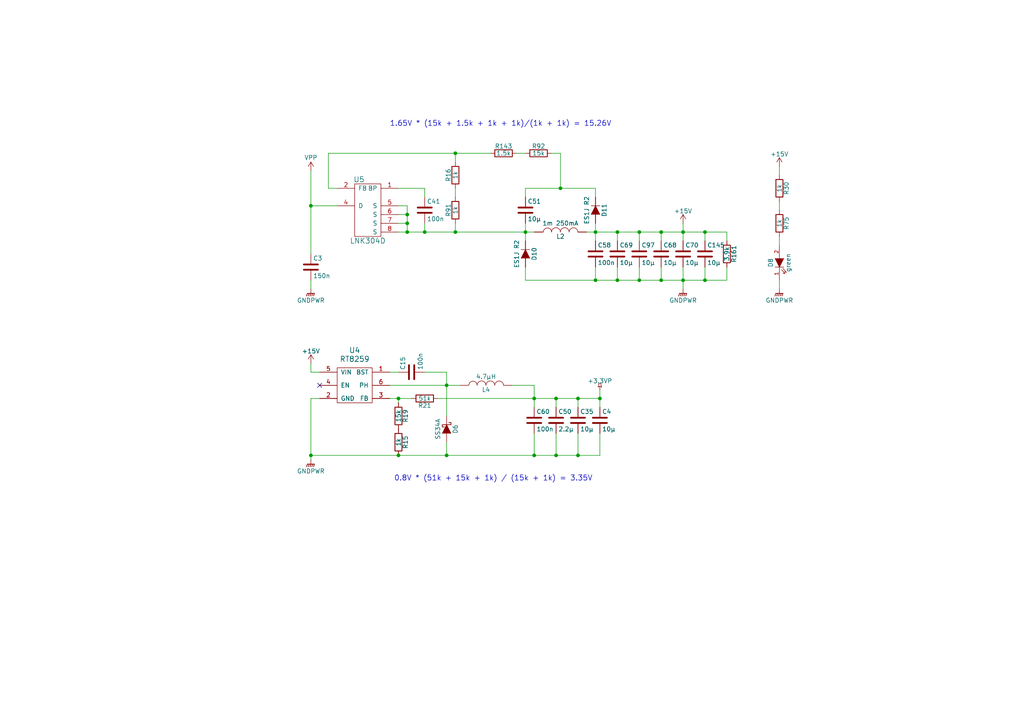
<source format=kicad_sch>
(kicad_sch (version 20231120) (generator "eeschema") (generator_version "8.0")
  (paper "A4")
  (lib_symbols
    (symbol "stmbl:+15V" (power) (pin_names (offset 0))
      (property "Value" "+15V" (at 0 3.556 0))
      (symbol "+15V_0_1"
        (polyline (pts (xy -0.762 1.27) (xy 0 2.54)))
        (polyline (pts (xy 0 0) (xy 0 2.54)))
        (polyline (pts (xy 0 2.54) (xy 0.762 1.27)))
      )
      (symbol "+15V_1_1"
        (pin power_in line (at 0 0 90) (length 0) hide (name "+15V") (number "1"))
      )
    )
    (symbol "stmbl:+3.3VP" (power) (pin_names (offset 0))
      (property "Value" "+3.3VP" (at 0 2.54 0))
      (symbol "+3.3VP_0_0"
        (pin power_in line (at 0 0 90) (length 0) hide (name "+3.3VP") (number "1"))
      )
      (symbol "+3.3VP_0_1"
        (polyline (pts (xy 0 0) (xy 0 1.016) (xy 0 1.016)))
        (polyline (pts (xy 0.508 0.762) (xy 0 1.016) (xy -0.508 0.762) (xy -0.254 1.778) (xy 0.254 1.778) (xy 0.508 0.762) (xy 0.508 0.762)))
      )
    )
    (symbol "stmbl:C" (pin_numbers hide) (pin_names (offset 0.254))
      (property "Reference" "C" (at 0.635 2.54 0))
      (property "Value" "C" (at 0.635 -2.54 0))
      (symbol "C_0_1"
        (polyline (pts (xy -2.032 -0.762) (xy 2.032 -0.762)) (stroke (width 0.508)))
        (polyline (pts (xy -2.032 0.762) (xy 2.032 0.762)) (stroke (width 0.508)))
      )
      (symbol "C_1_1"
        (pin passive line (at 0 3.81 270) (length 2.794) (name "~") (number "1"))
        (pin passive line (at 0 -3.81 90) (length 2.794) (name "~") (number "2"))
      )
    )
    (symbol "stmbl:D" (pin_numbers hide) (pin_names (offset 1.016) hide)
      (property "Reference" "D" (at 0 2.54 0))
      (property "Value" "D" (at 0 -2.54 0))
      (symbol "D_0_1"
        (polyline (pts (xy -1.27 1.27) (xy -1.27 -1.27)) (stroke (width 0.1524)))
        (polyline (pts (xy 1.27 1.27) (xy -1.27 0) (xy 1.27 -1.27)) (fill (type outline)))
      )
      (symbol "D_1_1"
        (pin passive line (at -3.81 0 0) (length 2.54) (name "K") (number "1"))
        (pin passive line (at 3.81 0 180) (length 2.54) (name "A") (number "2"))
      )
    )
    (symbol "stmbl:D_Schottky" (pin_numbers hide) (pin_names (offset 1.016) hide)
      (property "Reference" "D" (at 0 2.54 0))
      (property "Value" "D_Schottky" (at 0 -2.54 0))
      (symbol "D_Schottky_0_1"
        (polyline (pts (xy 1.27 1.27) (xy -1.27 0) (xy 1.27 -1.27)) (fill (type outline)))
        (polyline (pts (xy -1.905 0.635) (xy -1.905 1.27) (xy -1.27 1.27) (xy -1.27 -1.27) (xy -0.635 -1.27) (xy -0.635 -0.635)) (stroke (width 0.2032)))
      )
      (symbol "D_Schottky_1_1"
        (pin passive line (at -3.81 0 0) (length 2.54) (name "K") (number "1"))
        (pin passive line (at 3.81 0 180) (length 2.54) (name "A") (number "2"))
      )
    )
    (symbol "stmbl:GNDPWR" (power) (pin_names (offset 0))
      (property "Value" "GNDPWR" (at 0 -3.302 0))
      (symbol "GNDPWR_0_1"
        (polyline (pts (xy 0 -1.27) (xy 0 0)))
        (polyline (pts (xy -1.016 -1.27) (xy -1.27 -2.032) (xy -1.27 -2.032)) (stroke (width 0.2032)))
        (polyline (pts (xy -0.508 -1.27) (xy -0.762 -2.032) (xy -0.762 -2.032)) (stroke (width 0.2032)))
        (polyline (pts (xy 0 -1.27) (xy -0.254 -2.032) (xy -0.254 -2.032)) (stroke (width 0.2032)))
        (polyline (pts (xy 0.508 -1.27) (xy 0.254 -2.032) (xy 0.254 -2.032)) (stroke (width 0.2032)))
        (polyline (pts (xy 1.016 -1.27) (xy -1.016 -1.27) (xy -1.016 -1.27)) (stroke (width 0.2032)))
        (polyline (pts (xy 1.016 -1.27) (xy 0.762 -2.032) (xy 0.762 -2.032) (xy 0.762 -2.032)) (stroke (width 0.2032)))
      )
      (symbol "GNDPWR_1_1"
        (pin power_in line (at 0 0 90) (length 0) hide (name "GNDPWR") (number "1"))
      )
    )
    (symbol "stmbl:INDUCTOR" (pin_numbers hide) (pin_names (offset 1.016) hide)
      (property "Reference" "L" (at -1.27 0 90))
      (property "Value" "INDUCTOR" (at 2.54 0 90))
      (symbol "INDUCTOR_0_1"
        (arc (start 0.0254 -5.0546) (mid 1.2449 -3.8097) (end 0.0254 -2.54))
        (arc (start 0.0254 -2.5146) (mid 1.2703 -1.2444) (end 0.0254 0.0508))
        (arc (start 0.0254 0.0254) (mid 1.2703 1.2956) (end 0.0254 2.5908))
        (arc (start 0.0254 2.5654) (mid 1.1941 3.7595) (end 0.0254 4.9784))
      )
      (symbol "INDUCTOR_1_1"
        (pin passive line (at 0 7.62 270) (length 2.54) (name "1") (number "1"))
        (pin passive line (at 0 -7.62 90) (length 2.54) (name "2") (number "2"))
      )
    )
    (symbol "stmbl:LED" (pin_names (offset 1.016) hide)
      (property "Reference" "D" (at 0 2.54 0))
      (property "Value" "LED" (at 0 -2.54 0))
      (symbol "LED_0_1"
        (polyline (pts (xy -1.27 1.27) (xy -1.27 -1.27)))
        (polyline (pts (xy -2.032 -0.635) (xy -3.175 -1.651) (xy -3.048 -1.016)))
        (polyline (pts (xy -1.651 -1.016) (xy -2.794 -2.032) (xy -2.667 -1.397)))
        (polyline (pts (xy 1.27 1.27) (xy -1.27 0) (xy 1.27 -1.27)) (fill (type outline)))
      )
      (symbol "LED_1_1"
        (pin passive line (at -5.08 0 0) (length 3.81) (name "K") (number "1"))
        (pin passive line (at 5.08 0 180) (length 3.81) (name "A") (number "2"))
      )
    )
    (symbol "stmbl:R" (pin_numbers hide) (pin_names (offset 0))
      (property "Reference" "R" (at 2.032 0 90))
      (property "Value" "R" (at 0 0 90))
      (symbol "R_0_1"
        (rectangle (start -1.016 -2.54) (end 1.016 2.54) (stroke (width 0.254)))
      )
      (symbol "R_1_1"
        (pin passive line (at 0 3.81 270) (length 1.27) (name "~") (number "1"))
        (pin passive line (at 0 -3.81 90) (length 1.27) (name "~") (number "2"))
      )
    )
    (symbol "stmbl:RT8259" (pin_names (offset 1.016))
      (property "Reference" "U" (at -3.81 6.35 0))
      (property "Value" "RT8259" (at 0 -6.35 0))
      (property "Footprint" "stmbl:RT8259" (at 6.35 7.62 0))
      (symbol "RT8259_0_1"
        (rectangle (start -5.08 5.08) (end 5.08 -5.08))
      )
      (symbol "RT8259_1_1"
        (pin power_in line (at 10.16 3.81 180) (length 5.08) (name "BST") (number "1"))
        (pin power_in line (at -10.16 -3.81 0) (length 5.08) (name "GND") (number "2"))
        (pin input line (at 10.16 -3.81 180) (length 5.08) (name "FB") (number "3"))
        (pin input line (at -10.16 0 0) (length 5.08) (name "EN") (number "4"))
        (pin power_in line (at -10.16 3.81 0) (length 5.08) (name "VIN") (number "5"))
        (pin power_out line (at 10.16 0 180) (length 5.08) (name "PH") (number "6"))
      )
    )
    (symbol "stmbl:VPP" (power) (pin_names (offset 0))
      (property "Value" "VPP" (at 0 3.81 0))
      (symbol "VPP_0_1"
        (polyline (pts (xy -0.762 1.27) (xy 0 2.54)))
        (polyline (pts (xy 0 0) (xy 0 2.54)))
        (polyline (pts (xy 0 2.54) (xy 0.762 1.27)))
      )
      (symbol "VPP_1_1"
        (pin power_in line (at 0 0 90) (length 0) hide (name "VPP") (number "1"))
      )
    )
    (symbol "stmbl:lnk304D" (pin_names (offset 1.016))
      (property "Reference" "U" (at -2.54 5.08 0))
      (property "Value" "lnk304D" (at 0 -12.7 0))
      (symbol "lnk304D_0_1"
        (rectangle (start -3.81 3.81) (end 3.81 -11.43))
      )
      (symbol "lnk304D_1_1"
        (pin power_in line (at 8.89 2.54 180) (length 5.08) (name "BP") (number "1"))
        (pin input line (at -8.89 2.54 0) (length 5.08) (name "FB") (number "2"))
        (pin power_in line (at -8.89 -2.54 0) (length 5.08) (name "D") (number "4"))
        (pin power_out line (at 8.89 -2.54 180) (length 5.08) (name "S") (number "5"))
        (pin power_out line (at 8.89 -5.08 180) (length 5.08) (name "S") (number "6"))
        (pin power_out line (at 8.89 -7.62 180) (length 5.08) (name "S") (number "7"))
        (pin power_out line (at 8.89 -10.16 180) (length 5.08) (name "S") (number "8"))
      )
    )
  )
  (junction (at 161.29 115.57))
  (junction (at 129.54 111.76))
  (junction (at 185.42 81.28))
  (junction (at 132.08 44.45))
  (junction (at 118.11 62.23))
  (junction (at 198.12 67.31))
  (junction (at 115.57 132.08))
  (junction (at 191.77 81.28))
  (junction (at 198.12 81.28))
  (junction (at 204.47 67.31))
  (junction (at 132.08 67.31))
  (junction (at 179.07 81.28))
  (junction (at 154.94 115.57))
  (junction (at 204.47 81.28))
  (junction (at 179.07 67.31))
  (junction (at 191.77 67.31))
  (junction (at 162.56 54.61))
  (junction (at 161.29 132.08))
  (junction (at 154.94 132.08))
  (junction (at 129.54 132.08))
  (junction (at 118.11 64.77))
  (junction (at 185.42 67.31))
  (junction (at 152.4 67.31))
  (junction (at 118.11 67.31))
  (junction (at 123.19 67.31))
  (junction (at 90.17 59.69))
  (junction (at 172.72 67.31))
  (junction (at 167.64 132.08))
  (junction (at 173.99 115.57))
  (junction (at 115.57 115.57))
  (junction (at 90.17 132.08))
  (junction (at 167.64 115.57))
  (junction (at 172.72 81.28))
  (no_connect (at 92.71 111.76))
  (wire (pts (xy 173.99 115.57) (xy 173.99 118.11)))
  (wire (pts (xy 198.12 81.28) (xy 198.12 83.82)))
  (wire (pts (xy 172.72 64.77) (xy 172.72 67.31)))
  (wire (pts (xy 123.19 54.61) (xy 115.57 54.61)))
  (wire (pts (xy 92.71 115.57) (xy 90.17 115.57)))
  (wire (pts (xy 129.54 111.76) (xy 133.35 111.76)))
  (wire (pts (xy 113.03 115.57) (xy 115.57 115.57)))
  (wire (pts (xy 149.86 44.45) (xy 152.4 44.45)))
  (wire (pts (xy 198.12 77.47) (xy 198.12 81.28)))
  (wire (pts (xy 172.72 67.31) (xy 179.07 67.31)))
  (wire (pts (xy 204.47 67.31) (xy 210.82 67.31)))
  (wire (pts (xy 173.99 132.08) (xy 167.64 132.08)))
  (wire (pts (xy 198.12 67.31) (xy 198.12 69.85)))
  (wire (pts (xy 161.29 115.57) (xy 167.64 115.57)))
  (wire (pts (xy 90.17 133.35) (xy 90.17 132.08)))
  (wire (pts (xy 95.25 44.45) (xy 95.25 54.61)))
  (wire (pts (xy 154.94 125.73) (xy 154.94 132.08)))
  (wire (pts (xy 162.56 54.61) (xy 172.72 54.61)))
  (wire (pts (xy 210.82 67.31) (xy 210.82 69.85)))
  (wire (pts (xy 152.4 64.77) (xy 152.4 67.31)))
  (wire (pts (xy 185.42 67.31) (xy 191.77 67.31)))
  (wire (pts (xy 167.64 132.08) (xy 161.29 132.08)))
  (wire (pts (xy 132.08 44.45) (xy 142.24 44.45)))
  (wire (pts (xy 226.06 81.28) (xy 226.06 83.82)))
  (wire (pts (xy 90.17 59.69) (xy 90.17 73.66)))
  (wire (pts (xy 152.4 67.31) (xy 152.4 69.85)))
  (wire (pts (xy 118.11 67.31) (xy 123.19 67.31)))
  (wire (pts (xy 198.12 81.28) (xy 204.47 81.28)))
  (wire (pts (xy 123.19 64.77) (xy 123.19 67.31)))
  (wire (pts (xy 148.59 111.76) (xy 154.94 111.76)))
  (wire (pts (xy 152.4 67.31) (xy 154.94 67.31)))
  (wire (pts (xy 161.29 115.57) (xy 161.29 118.11)))
  (wire (pts (xy 152.4 54.61) (xy 162.56 54.61)))
  (wire (pts (xy 115.57 59.69) (xy 118.11 59.69)))
  (wire (pts (xy 132.08 67.31) (xy 152.4 67.31)))
  (wire (pts (xy 90.17 115.57) (xy 90.17 132.08)))
  (wire (pts (xy 90.17 81.28) (xy 90.17 83.82)))
  (wire (pts (xy 123.19 107.95) (xy 129.54 107.95)))
  (wire (pts (xy 162.56 44.45) (xy 162.56 54.61)))
  (wire (pts (xy 179.07 81.28) (xy 185.42 81.28)))
  (wire (pts (xy 170.18 67.31) (xy 172.72 67.31)))
  (wire (pts (xy 132.08 54.61) (xy 132.08 57.15)))
  (wire (pts (xy 172.72 67.31) (xy 172.72 69.85)))
  (wire (pts (xy 173.99 125.73) (xy 173.99 132.08)))
  (wire (pts (xy 226.06 68.58) (xy 226.06 71.12)))
  (wire (pts (xy 127 115.57) (xy 154.94 115.57)))
  (wire (pts (xy 90.17 107.95) (xy 92.71 107.95)))
  (wire (pts (xy 172.72 81.28) (xy 179.07 81.28)))
  (wire (pts (xy 132.08 67.31) (xy 132.08 64.77)))
  (wire (pts (xy 191.77 67.31) (xy 198.12 67.31)))
  (wire (pts (xy 160.02 44.45) (xy 162.56 44.45)))
  (wire (pts (xy 152.4 81.28) (xy 152.4 77.47)))
  (wire (pts (xy 204.47 77.47) (xy 204.47 81.28)))
  (wire (pts (xy 90.17 105.41) (xy 90.17 107.95)))
  (wire (pts (xy 204.47 69.85) (xy 204.47 67.31)))
  (wire (pts (xy 198.12 64.77) (xy 198.12 67.31)))
  (wire (pts (xy 185.42 81.28) (xy 191.77 81.28)))
  (wire (pts (xy 152.4 57.15) (xy 152.4 54.61)))
  (wire (pts (xy 161.29 125.73) (xy 161.29 132.08)))
  (wire (pts (xy 115.57 132.08) (xy 90.17 132.08)))
  (wire (pts (xy 154.94 111.76) (xy 154.94 115.57)))
  (wire (pts (xy 95.25 44.45) (xy 132.08 44.45)))
  (wire (pts (xy 129.54 128.27) (xy 129.54 132.08)))
  (wire (pts (xy 132.08 44.45) (xy 132.08 46.99)))
  (wire (pts (xy 167.64 115.57) (xy 173.99 115.57)))
  (wire (pts (xy 123.19 67.31) (xy 132.08 67.31)))
  (wire (pts (xy 113.03 107.95) (xy 115.57 107.95)))
  (wire (pts (xy 118.11 59.69) (xy 118.11 62.23)))
  (wire (pts (xy 115.57 115.57) (xy 119.38 115.57)))
  (wire (pts (xy 115.57 115.57) (xy 115.57 116.84)))
  (wire (pts (xy 191.77 67.31) (xy 191.77 69.85)))
  (wire (pts (xy 173.99 113.03) (xy 173.99 115.57)))
  (wire (pts (xy 118.11 64.77) (xy 118.11 67.31)))
  (wire (pts (xy 90.17 49.53) (xy 90.17 59.69)))
  (wire (pts (xy 123.19 57.15) (xy 123.19 54.61)))
  (wire (pts (xy 115.57 64.77) (xy 118.11 64.77)))
  (wire (pts (xy 161.29 132.08) (xy 154.94 132.08)))
  (wire (pts (xy 167.64 115.57) (xy 167.64 118.11)))
  (wire (pts (xy 154.94 115.57) (xy 161.29 115.57)))
  (wire (pts (xy 210.82 81.28) (xy 210.82 77.47)))
  (wire (pts (xy 115.57 67.31) (xy 118.11 67.31)))
  (wire (pts (xy 179.07 67.31) (xy 185.42 67.31)))
  (wire (pts (xy 185.42 77.47) (xy 185.42 81.28)))
  (wire (pts (xy 95.25 54.61) (xy 97.79 54.61)))
  (wire (pts (xy 179.07 67.31) (xy 179.07 69.85)))
  (wire (pts (xy 115.57 132.08) (xy 129.54 132.08)))
  (wire (pts (xy 172.72 54.61) (xy 172.72 57.15)))
  (wire (pts (xy 172.72 77.47) (xy 172.72 81.28)))
  (wire (pts (xy 154.94 118.11) (xy 154.94 115.57)))
  (wire (pts (xy 154.94 132.08) (xy 129.54 132.08)))
  (wire (pts (xy 129.54 107.95) (xy 129.54 111.76)))
  (wire (pts (xy 198.12 67.31) (xy 204.47 67.31)))
  (wire (pts (xy 90.17 59.69) (xy 97.79 59.69)))
  (wire (pts (xy 129.54 111.76) (xy 129.54 120.65)))
  (wire (pts (xy 167.64 125.73) (xy 167.64 132.08)))
  (wire (pts (xy 115.57 62.23) (xy 118.11 62.23)))
  (wire (pts (xy 152.4 81.28) (xy 172.72 81.28)))
  (wire (pts (xy 118.11 62.23) (xy 118.11 64.77)))
  (wire (pts (xy 113.03 111.76) (xy 129.54 111.76)))
  (wire (pts (xy 179.07 81.28) (xy 179.07 77.47)))
  (wire (pts (xy 226.06 58.42) (xy 226.06 60.96)))
  (wire (pts (xy 191.77 81.28) (xy 191.77 77.47)))
  (wire (pts (xy 185.42 69.85) (xy 185.42 67.31)))
  (wire (pts (xy 191.77 81.28) (xy 198.12 81.28)))
  (wire (pts (xy 204.47 81.28) (xy 210.82 81.28)))
  (wire (pts (xy 226.06 48.26) (xy 226.06 50.8)))
  (text "1.65V * (15k + 1.5k + 1k + 1k)/(1k + 1k) = 15.26V" (at 113.03 36.83 0) (effects (font (size 1.524 1.524)) (justify left bottom)))
  (text "0.8V * (51k + 15k + 1k) / (15k + 1k) = 3.35V" (at 114.3 139.7 0) (effects (font (size 1.524 1.524)) (justify left bottom)))
  (symbol (lib_id "stmbl:D") (at 152.4 73.66 270) (unit 1)
    (property "Reference" "D10" (at 154.94 73.66 0))
    (property "Value" "ES1J R2" (at 149.86 73.66 0))
    (property "Footprint" "stmbl:SMA_Standard" (effects (hide yes)))
    (property "Manufacturer No" "ES1J-LTP" (effects (hide yes)))
    (property "Manufacturer" "Micro Commercial Co" (effects (hide yes)))
  )
  (symbol (lib_id "stmbl:D") (at 172.72 60.96 270) (unit 1)
    (property "Reference" "D11" (at 175.26 60.96 0))
    (property "Value" "ES1J R2" (at 170.18 60.96 0))
    (property "Footprint" "stmbl:SMA_Standard" (effects (hide yes)))
    (property "Manufacturer No" "ES1J-LTP" (effects (hide yes)))
    (property "Manufacturer" "Micro Commercial Co" (effects (hide yes)))
  )
  (symbol (lib_id "stmbl:INDUCTOR") (at 162.56 67.31 90) (unit 1)
    (property "Reference" "L2" (at 162.56 68.58 90))
    (property "Value" "1m 250mA" (at 162.56 64.77 90))
    (property "Footprint" "stmbl:NPI31W" (effects (hide yes)))
    (property "Manufacturer No" "DT3316P-105" (effects (hide yes)))
    (property "Manufacturer" "Coilcraft" (effects (hide yes)))
  )
  (symbol (lib_id "stmbl:C") (at 172.72 73.66 0) (unit 1)
    (property "Reference" "C58" (at 173.355 71.12 0) (effects (justify left)))
    (property "Value" "100n" (at 173.355 76.2 0) (effects (justify left)))
    (property "Footprint" "stmbl:C_0603" (effects (hide yes)))
    (property "Voltage" "50V" (effects (hide yes)))
    (property "Tolerance" "X5R" (effects (hide yes)))
  )
  (symbol (lib_id "stmbl:GNDPWR") (at 198.12 83.82 0) (unit 1)
    (property "Reference" "#PWR042" (effects (hide yes)))
    (property "Value" "GNDPWR" (at 198.12 87.122 0))
  )
  (symbol (lib_id "stmbl:+15V") (at 198.12 64.77 0) (unit 1)
    (property "Reference" "#PWR043" (effects (hide yes)))
    (property "Value" "+15V" (at 198.12 61.214 0))
  )
  (symbol (lib_id "stmbl:VPP") (at 90.17 49.53 0) (unit 1)
    (property "Reference" "#PWR044" (effects (hide yes)))
    (property "Value" "VPP" (at 90.17 45.72 0))
  )
  (symbol (lib_id "stmbl:C") (at 152.4 60.96 0) (unit 1)
    (property "Reference" "C51" (at 153.035 58.42 0) (effects (justify left)))
    (property "Value" "10µ" (at 153.035 63.5 0) (effects (justify left)))
    (property "Footprint" "stmbl:C_0805" (effects (hide yes)))
    (property "Voltage" "25V" (effects (hide yes)))
    (property "Tolerance" "X5R" (effects (hide yes)))
  )
  (symbol (lib_id "stmbl:C") (at 123.19 60.96 0) (unit 1)
    (property "Reference" "C41" (at 123.825 58.42 0) (effects (justify left)))
    (property "Value" "100n" (at 123.825 63.5 0) (effects (justify left)))
    (property "Footprint" "stmbl:C_0603" (effects (hide yes)))
    (property "Voltage" "50V" (effects (hide yes)))
    (property "Tolerance" "X5R" (effects (hide yes)))
  )
  (symbol (lib_id "stmbl:R") (at 132.08 60.96 180) (unit 1)
    (property "Reference" "R91" (at 130.048 60.96 90))
    (property "Value" "1k" (at 132.08 60.96 90))
    (property "Footprint" "stmbl:R_0603" (effects (hide yes)))
    (property "Tolerance" "1%" (effects (hide yes)))
  )
  (symbol (lib_id "stmbl:R") (at 156.21 44.45 90) (unit 1)
    (property "Reference" "R92" (at 156.21 42.418 90))
    (property "Value" "15k" (at 156.21 44.45 90))
    (property "Footprint" "stmbl:R_0603" (effects (hide yes)))
    (property "Tolerance" "1%" (effects (hide yes)))
  )
  (symbol (lib_id "stmbl:LED") (at 226.06 76.2 90) (unit 1)
    (property "Reference" "D8" (at 223.52 76.2 0))
    (property "Value" "green" (at 228.6 76.2 0))
    (property "Footprint" "stmbl:LED-0805-SIDE" (effects (hide yes)))
    (property "Manufacturer No" "LTST-S220KGKT" (effects (hide yes)))
    (property "Manufacturer" "Lite-On" (effects (hide yes)))
  )
  (symbol (lib_id "stmbl:GNDPWR") (at 226.06 83.82 0) (unit 1)
    (property "Reference" "#PWR045" (effects (hide yes)))
    (property "Value" "GNDPWR" (at 226.06 87.122 0))
  )
  (symbol (lib_id "stmbl:R") (at 226.06 64.77 0) (unit 1)
    (property "Reference" "R75" (at 228.092 64.77 90))
    (property "Value" "1k" (at 226.06 64.77 90))
    (property "Footprint" "stmbl:R_0603" (effects (hide yes)))
    (property "Tolerance" "1%" (effects (hide yes)))
  )
  (symbol (lib_id "stmbl:+15V") (at 226.06 48.26 0) (unit 1)
    (property "Reference" "#PWR046" (effects (hide yes)))
    (property "Value" "+15V" (at 226.06 44.704 0))
  )
  (symbol (lib_id "stmbl:R") (at 123.19 115.57 270) (unit 1)
    (property "Reference" "R21" (at 123.19 117.602 90))
    (property "Value" "51k" (at 123.19 115.57 90))
    (property "Footprint" "stmbl:R_0603" (effects (hide yes)))
    (property "Tolerance" "1%" (effects (hide yes)))
  )
  (symbol (lib_id "stmbl:R") (at 115.57 120.65 0) (unit 1)
    (property "Reference" "R19" (at 117.602 120.65 90))
    (property "Value" "15k" (at 115.57 120.65 90))
    (property "Footprint" "stmbl:R_0603" (effects (hide yes)))
    (property "Tolerance" "1%" (effects (hide yes)))
  )
  (symbol (lib_id "stmbl:D_Schottky") (at 129.54 124.46 270) (unit 1)
    (property "Reference" "D6" (at 132.08 124.46 0))
    (property "Value" "SS34A" (at 127 124.46 0))
    (property "Footprint" "stmbl:SMA_Standard" (effects (hide yes)))
    (property "Manufacturer No" "SS34A" (effects (hide yes)))
    (property "Manufacturer" "Multicomp" (effects (hide yes)))
  )
  (symbol (lib_id "stmbl:C") (at 119.38 107.95 90) (unit 1)
    (property "Reference" "C15" (at 116.84 107.315 0) (effects (justify left)))
    (property "Value" "100n" (at 121.92 107.315 0) (effects (justify left)))
    (property "Footprint" "stmbl:C_0603" (effects (hide yes)))
    (property "Voltage" "50V" (effects (hide yes)))
    (property "Tolerance" "X5R" (effects (hide yes)))
  )
  (symbol (lib_id "stmbl:INDUCTOR") (at 140.97 111.76 90) (unit 1)
    (property "Reference" "L4" (at 140.97 113.03 90))
    (property "Value" "4.7µH" (at 140.97 109.22 90))
    (property "Footprint" "stmbl:SMD_INDUCTOR_32x25" (effects (hide yes)))
    (property "Manufacturer No" "LQH32PN100MNCL" (effects (hide yes)))
    (property "Manufacturer" "Murata" (effects (hide yes)))
  )
  (symbol (lib_id "stmbl:GNDPWR") (at 90.17 133.35 0) (unit 1)
    (property "Reference" "#PWR047" (effects (hide yes)))
    (property "Value" "GNDPWR" (at 90.17 136.652 0))
  )
  (symbol (lib_id "stmbl:+15V") (at 90.17 105.41 0) (unit 1)
    (property "Reference" "#PWR048" (effects (hide yes)))
    (property "Value" "+15V" (at 90.17 101.854 0))
  )
  (symbol (lib_id "stmbl:+3.3VP") (at 173.99 113.03 0) (unit 1)
    (property "Reference" "#PWR049" (effects (hide yes)))
    (property "Value" "+3.3VP" (at 173.99 110.49 0))
  )
  (symbol (lib_id "stmbl:R") (at 226.06 54.61 0) (unit 1)
    (property "Reference" "R30" (at 228.092 54.61 90))
    (property "Value" "1k" (at 226.06 54.61 90))
    (property "Footprint" "stmbl:R_0603" (effects (hide yes)))
    (property "Tolerance" "1%" (effects (hide yes)))
  )
  (symbol (lib_id "stmbl:C") (at 167.64 121.92 0) (unit 1)
    (property "Reference" "C35" (at 168.275 119.38 0) (effects (justify left)))
    (property "Value" "10µ" (at 168.275 124.46 0) (effects (justify left)))
    (property "Footprint" "stmbl:C_0805" (effects (hide yes)))
    (property "Voltage" "25V" (effects (hide yes)))
    (property "Tolerance" "X5R" (effects (hide yes)))
  )
  (symbol (lib_id "stmbl:C") (at 154.94 121.92 0) (unit 1)
    (property "Reference" "C60" (at 155.575 119.38 0) (effects (justify left)))
    (property "Value" "100n" (at 155.575 124.46 0) (effects (justify left)))
    (property "Footprint" "stmbl:C_0603" (effects (hide yes)))
    (property "Voltage" "50V" (effects (hide yes)))
    (property "Tolerance" "X5R" (effects (hide yes)))
  )
  (symbol (lib_id "stmbl:lnk304D") (at 106.68 57.15 0) (unit 1)
    (property "Reference" "U5" (at 104.14 52.07 0) (effects (font (size 1.524 1.524))))
    (property "Value" "LNK304D" (at 106.68 69.85 0) (effects (font (size 1.524 1.524))))
    (property "Footprint" "stmbl:SOIC-7" (effects (hide yes)))
    (property "Manufacturer No" "LNK304DN" (effects (hide yes)))
    (property "Manufacturer" "Power Integrations" (effects (hide yes)))
  )
  (symbol (lib_id "stmbl:C") (at 90.17 77.47 0) (unit 1)
    (property "Reference" "C3" (at 90.805 74.93 0) (effects (justify left)))
    (property "Value" "150n" (at 90.805 80.01 0) (effects (justify left)))
    (property "Footprint" "stmbl:C_1808" (effects (hide yes)))
    (property "Manufacturer No" "C1808W154KCRACTU" (effects (hide yes)))
    (property "Voltage" "500V" (effects (hide yes)))
    (property "Tolerance" "X7R" (effects (hide yes)))
    (property "Manufacturer" "KEMET" (effects (hide yes)))
  )
  (symbol (lib_id "stmbl:GNDPWR") (at 90.17 83.82 0) (unit 1)
    (property "Reference" "#PWR050" (effects (hide yes)))
    (property "Value" "GNDPWR" (at 90.17 87.122 0))
  )
  (symbol (lib_id "stmbl:R") (at 115.57 128.27 0) (unit 1)
    (property "Reference" "R15" (at 117.602 128.27 90))
    (property "Value" "1k" (at 115.57 128.27 90))
    (property "Footprint" "stmbl:R_0603" (effects (hide yes)))
    (property "Tolerance" "1%" (effects (hide yes)))
  )
  (symbol (lib_id "stmbl:R") (at 132.08 50.8 180) (unit 1)
    (property "Reference" "R16" (at 130.048 50.8 90))
    (property "Value" "1k" (at 132.08 50.8 90))
    (property "Footprint" "stmbl:R_0603" (effects (hide yes)))
    (property "Tolerance" "1%" (effects (hide yes)))
  )
  (symbol (lib_id "stmbl:R") (at 146.05 44.45 90) (unit 1)
    (property "Reference" "R143" (at 146.05 42.418 90))
    (property "Value" "1.5k" (at 146.05 44.45 90))
    (property "Footprint" "stmbl:R_0603" (effects (hide yes)))
    (property "Tolerance" "1%" (effects (hide yes)))
  )
  (symbol (lib_id "stmbl:C") (at 161.29 121.92 0) (unit 1)
    (property "Reference" "C50" (at 161.925 119.38 0) (effects (justify left)))
    (property "Value" "2.2µ" (at 161.925 124.46 0) (effects (justify left)))
    (property "Footprint" "stmbl:C_0603" (effects (hide yes)))
    (property "Voltage" "35V" (effects (hide yes)))
    (property "Tolerance" "X5R" (effects (hide yes)))
  )
  (symbol (lib_id "stmbl:C") (at 191.77 73.66 0) (unit 1)
    (property "Reference" "C68" (at 192.405 71.12 0) (effects (justify left)))
    (property "Value" "10µ" (at 192.405 76.2 0) (effects (justify left)))
    (property "Footprint" "stmbl:C_0805" (effects (hide yes)))
    (property "Voltage" "25V" (effects (hide yes)))
    (property "Tolerance" "X5R" (effects (hide yes)))
  )
  (symbol (lib_id "stmbl:C") (at 179.07 73.66 0) (unit 1)
    (property "Reference" "C69" (at 179.705 71.12 0) (effects (justify left)))
    (property "Value" "10µ" (at 179.705 76.2 0) (effects (justify left)))
    (property "Footprint" "stmbl:C_0805" (effects (hide yes)))
    (property "Voltage" "25V" (effects (hide yes)))
    (property "Tolerance" "X5R" (effects (hide yes)))
  )
  (symbol (lib_id "stmbl:C") (at 173.99 121.92 0) (unit 1)
    (property "Reference" "C4" (at 174.625 119.38 0) (effects (justify left)))
    (property "Value" "10µ" (at 174.625 124.46 0) (effects (justify left)))
    (property "Footprint" "stmbl:C_0805" (effects (hide yes)))
    (property "Voltage" "25V" (effects (hide yes)))
    (property "Tolerance" "X5R" (effects (hide yes)))
  )
  (symbol (lib_id "stmbl:R") (at 210.82 73.66 0) (unit 1)
    (property "Reference" "R161" (at 212.852 73.66 90))
    (property "Value" "3.9k" (at 210.82 73.66 90))
    (property "Footprint" "stmbl:R_0603" (effects (hide yes)))
    (property "Tolerance" "1%" (effects (hide yes)))
  )
  (symbol (lib_id "stmbl:C") (at 185.42 73.66 0) (unit 1)
    (property "Reference" "C97" (at 186.055 71.12 0) (effects (justify left)))
    (property "Value" "10µ" (at 186.055 76.2 0) (effects (justify left)))
    (property "Footprint" "stmbl:C_0805" (effects (hide yes)))
    (property "Voltage" "25V" (effects (hide yes)))
    (property "Tolerance" "X5R" (effects (hide yes)))
  )
  (symbol (lib_id "stmbl:C") (at 198.12 73.66 0) (unit 1)
    (property "Reference" "C70" (at 198.755 71.12 0) (effects (justify left)))
    (property "Value" "10µ" (at 198.755 76.2 0) (effects (justify left)))
    (property "Footprint" "stmbl:C_0805" (effects (hide yes)))
    (property "Voltage" "25V" (effects (hide yes)))
    (property "Tolerance" "X5R" (effects (hide yes)))
  )
  (symbol (lib_id "stmbl:C") (at 204.47 73.66 0) (unit 1)
    (property "Reference" "C145" (at 205.105 71.12 0) (effects (justify left)))
    (property "Value" "10µ" (at 205.105 76.2 0) (effects (justify left)))
    (property "Footprint" "stmbl:C_0805" (effects (hide yes)))
    (property "Voltage" "25V" (effects (hide yes)))
    (property "Tolerance" "X5R" (effects (hide yes)))
  )
  (symbol (lib_id "stmbl:RT8259") (at 102.87 111.76 0) (unit 1)
    (property "Reference" "U4" (at 102.87 101.6 0) (effects (font (size 1.524 1.524))))
    (property "Value" "RT8259" (at 102.87 104.14 0) (effects (font (size 1.524 1.524))))
    (property "Footprint" "stmbl:SOT-23-6" (effects (hide yes)))
  )
)
</source>
